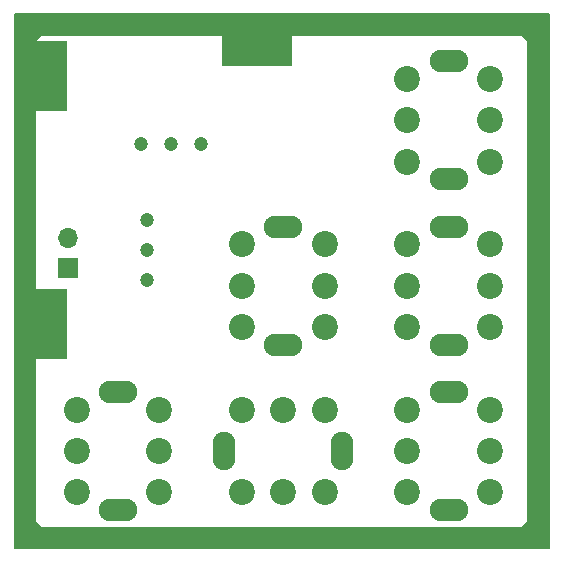
<source format=gbs>
G04 #@! TF.GenerationSoftware,KiCad,Pcbnew,8.0.2*
G04 #@! TF.CreationDate,2024-06-05T16:45:05+02:00*
G04 #@! TF.ProjectId,IF to LOW_IF Mixer,49462074-6f20-44c4-9f57-5f4946204d69,rev?*
G04 #@! TF.SameCoordinates,Original*
G04 #@! TF.FileFunction,Soldermask,Bot*
G04 #@! TF.FilePolarity,Negative*
%FSLAX46Y46*%
G04 Gerber Fmt 4.6, Leading zero omitted, Abs format (unit mm)*
G04 Created by KiCad (PCBNEW 8.0.2) date 2024-06-05 16:45:05*
%MOMM*%
%LPD*%
G01*
G04 APERTURE LIST*
%ADD10C,0.200000*%
%ADD11C,2.200000*%
%ADD12O,3.250000X1.900000*%
%ADD13C,1.200000*%
%ADD14R,1.700000X1.700000*%
%ADD15O,1.700000X1.700000*%
%ADD16R,4.000000X6.000000*%
%ADD17O,1.900000X3.250000*%
%ADD18R,6.000000X4.000000*%
G04 APERTURE END LIST*
D10*
X80000000Y-71750000D02*
X79500000Y-71750000D01*
X78250000Y-71750000D01*
X78250000Y-50750000D01*
X79500000Y-50750000D01*
X80000000Y-50750000D01*
X80000000Y-71750000D01*
G36*
X80000000Y-71750000D02*
G01*
X79500000Y-71750000D01*
X78250000Y-71750000D01*
X78250000Y-50750000D01*
X79500000Y-50750000D01*
X80000000Y-50750000D01*
X80000000Y-71750000D01*
G37*
X100250000Y-45250000D02*
X100250000Y-45750000D01*
X78750000Y-45750000D01*
X78250000Y-45250000D01*
X78250000Y-44000000D01*
X100250000Y-44000000D01*
X100250000Y-45250000D01*
G36*
X100250000Y-45250000D02*
G01*
X100250000Y-45750000D01*
X78750000Y-45750000D01*
X78250000Y-45250000D01*
X78250000Y-44000000D01*
X100250000Y-44000000D01*
X100250000Y-45250000D01*
G37*
X80000000Y-46250000D02*
X80000000Y-50750000D01*
X79500000Y-50750000D01*
X78250000Y-50750000D01*
X78250000Y-45250000D01*
X81000000Y-45250000D01*
X80000000Y-46250000D01*
G36*
X80000000Y-46250000D02*
G01*
X80000000Y-50750000D01*
X79500000Y-50750000D01*
X78250000Y-50750000D01*
X78250000Y-45250000D01*
X81000000Y-45250000D01*
X80000000Y-46250000D01*
G37*
X123500000Y-89250000D02*
X78250000Y-89250000D01*
X78250000Y-71750000D01*
X79500000Y-71750000D01*
X80000000Y-71750000D01*
X80000000Y-87000000D01*
X80500000Y-87500000D01*
X121250000Y-87500000D01*
X121750000Y-87000000D01*
X121750000Y-46250000D01*
X121250000Y-45750000D01*
X100250000Y-45750000D01*
X100250000Y-45250000D01*
X100250000Y-44000000D01*
X123500000Y-44000000D01*
X123500000Y-89250000D01*
G36*
X123500000Y-89250000D02*
G01*
X78250000Y-89250000D01*
X78250000Y-71750000D01*
X79500000Y-71750000D01*
X80000000Y-71750000D01*
X80000000Y-87000000D01*
X80500000Y-87500000D01*
X121250000Y-87500000D01*
X121750000Y-87000000D01*
X121750000Y-46250000D01*
X121250000Y-45750000D01*
X100250000Y-45750000D01*
X100250000Y-45250000D01*
X100250000Y-44000000D01*
X123500000Y-44000000D01*
X123500000Y-89250000D01*
G37*
D11*
X90500000Y-77500000D03*
X83500000Y-84500000D03*
X83500000Y-81000000D03*
X83500000Y-77500000D03*
D12*
X87000000Y-86000000D03*
D11*
X90500000Y-84500000D03*
X90500000Y-81000000D03*
D12*
X87000000Y-76000000D03*
D13*
X94040000Y-55000000D03*
X91500000Y-55000000D03*
X88960000Y-55000000D03*
D11*
X111500000Y-56500000D03*
X118500000Y-49500000D03*
X118500000Y-53000000D03*
X118500000Y-56500000D03*
D12*
X115000000Y-48000000D03*
D11*
X111500000Y-49500000D03*
X111500000Y-53000000D03*
D12*
X115000000Y-58000000D03*
D14*
X82750000Y-65525000D03*
D15*
X82750000Y-62985000D03*
D16*
X80750000Y-49250000D03*
D13*
X89500000Y-61460000D03*
X89500000Y-64000000D03*
X89500000Y-66540000D03*
D11*
X97500000Y-70500000D03*
X104500000Y-70500000D03*
D12*
X101000000Y-62000000D03*
D11*
X104500000Y-63500000D03*
X97500000Y-63500000D03*
X104500000Y-67000000D03*
X97500000Y-67000000D03*
D12*
X101000000Y-72000000D03*
D11*
X104500000Y-77500000D03*
X104500000Y-84500000D03*
D17*
X106000000Y-81000000D03*
D11*
X101000000Y-84500000D03*
X101000000Y-77500000D03*
X97500000Y-84500000D03*
X97500000Y-77500000D03*
D17*
X96000000Y-81000000D03*
D16*
X80750000Y-70250000D03*
D18*
X98750000Y-46500000D03*
D11*
X118500000Y-77500000D03*
X111500000Y-84500000D03*
D12*
X115000000Y-86000000D03*
D11*
X118500000Y-84500000D03*
X111500000Y-81000000D03*
X118500000Y-81000000D03*
X111500000Y-77500000D03*
D12*
X115000000Y-76000000D03*
D11*
X118500000Y-70500000D03*
X111500000Y-63500000D03*
D12*
X115000000Y-72000000D03*
D11*
X111500000Y-70500000D03*
X111500000Y-67000000D03*
X118500000Y-67000000D03*
X118500000Y-63500000D03*
D12*
X115000000Y-62000000D03*
M02*

</source>
